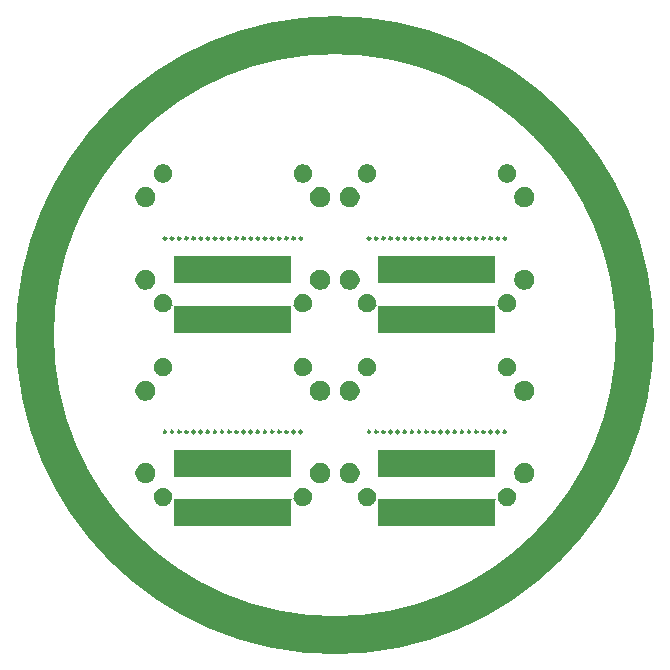
<source format=gbr>
G04 #@! TF.GenerationSoftware,KiCad,Pcbnew,(5.1.0)-1*
G04 #@! TF.CreationDate,2019-11-25T13:15:00-07:00*
G04 #@! TF.ProjectId,Gateway03,47617465-7761-4793-9033-2e6b69636164,rev?*
G04 #@! TF.SameCoordinates,Original*
G04 #@! TF.FileFunction,Soldermask,Top*
G04 #@! TF.FilePolarity,Negative*
%FSLAX46Y46*%
G04 Gerber Fmt 4.6, Leading zero omitted, Abs format (unit mm)*
G04 Created by KiCad (PCBNEW (5.1.0)-1) date 2019-11-25 13:15:00*
%MOMM*%
%LPD*%
G04 APERTURE LIST*
%ADD10C,0.250000*%
%ADD11C,3.200000*%
%ADD12C,0.100000*%
G04 APERTURE END LIST*
D10*
X85612400Y-105443000D02*
G75*
G03X85612400Y-105443000I-100000J0D01*
G01*
X87426800Y-105443000D02*
G75*
G03X87426800Y-105443000I-100000J0D01*
G01*
X82588400Y-105443000D02*
G75*
G03X82588400Y-105443000I-100000J0D01*
G01*
X86217200Y-105443000D02*
G75*
G03X86217200Y-105443000I-100000J0D01*
G01*
X88031600Y-105443000D02*
G75*
G03X88031600Y-105443000I-100000J0D01*
G01*
X83193200Y-105443000D02*
G75*
G03X83193200Y-105443000I-100000J0D01*
G01*
X83798000Y-105443000D02*
G75*
G03X83798000Y-105443000I-100000J0D01*
G01*
X81983600Y-105443000D02*
G75*
G03X81983600Y-105443000I-100000J0D01*
G01*
X79564400Y-105443000D02*
G75*
G03X79564400Y-105443000I-100000J0D01*
G01*
X81378800Y-105443000D02*
G75*
G03X81378800Y-105443000I-100000J0D01*
G01*
X84402800Y-105443000D02*
G75*
G03X84402800Y-105443000I-100000J0D01*
G01*
X85007600Y-105443000D02*
G75*
G03X85007600Y-105443000I-100000J0D01*
G01*
X80774000Y-105443000D02*
G75*
G03X80774000Y-105443000I-100000J0D01*
G01*
X89846000Y-105443000D02*
G75*
G03X89846000Y-105443000I-100000J0D01*
G01*
X86822000Y-105443000D02*
G75*
G03X86822000Y-105443000I-100000J0D01*
G01*
X91055600Y-105443000D02*
G75*
G03X91055600Y-105443000I-100000J0D01*
G01*
X89241200Y-105443000D02*
G75*
G03X89241200Y-105443000I-100000J0D01*
G01*
X80169200Y-105443000D02*
G75*
G03X80169200Y-105443000I-100000J0D01*
G01*
X88636400Y-105443000D02*
G75*
G03X88636400Y-105443000I-100000J0D01*
G01*
X90450800Y-105443000D02*
G75*
G03X90450800Y-105443000I-100000J0D01*
G01*
X97453200Y-105443000D02*
G75*
G03X97453200Y-105443000I-100000J0D01*
G01*
X98662800Y-105443000D02*
G75*
G03X98662800Y-105443000I-100000J0D01*
G01*
X106525200Y-105443000D02*
G75*
G03X106525200Y-105443000I-100000J0D01*
G01*
X108339600Y-105443000D02*
G75*
G03X108339600Y-105443000I-100000J0D01*
G01*
X107734800Y-105443000D02*
G75*
G03X107734800Y-105443000I-100000J0D01*
G01*
X98058000Y-105443000D02*
G75*
G03X98058000Y-105443000I-100000J0D01*
G01*
X99267600Y-105443000D02*
G75*
G03X99267600Y-105443000I-100000J0D01*
G01*
X96848400Y-105443000D02*
G75*
G03X96848400Y-105443000I-100000J0D01*
G01*
X107130000Y-105443000D02*
G75*
G03X107130000Y-105443000I-100000J0D01*
G01*
X105920400Y-105443000D02*
G75*
G03X105920400Y-105443000I-100000J0D01*
G01*
X104106000Y-105443000D02*
G75*
G03X104106000Y-105443000I-100000J0D01*
G01*
X101686800Y-105443000D02*
G75*
G03X101686800Y-105443000I-100000J0D01*
G01*
X102291600Y-105443000D02*
G75*
G03X102291600Y-105443000I-100000J0D01*
G01*
X99872400Y-105443000D02*
G75*
G03X99872400Y-105443000I-100000J0D01*
G01*
X102896400Y-105443000D02*
G75*
G03X102896400Y-105443000I-100000J0D01*
G01*
X103501200Y-105443000D02*
G75*
G03X103501200Y-105443000I-100000J0D01*
G01*
X104710800Y-105443000D02*
G75*
G03X104710800Y-105443000I-100000J0D01*
G01*
X101082000Y-105443000D02*
G75*
G03X101082000Y-105443000I-100000J0D01*
G01*
X105315600Y-105443000D02*
G75*
G03X105315600Y-105443000I-100000J0D01*
G01*
X100477200Y-105443000D02*
G75*
G03X100477200Y-105443000I-100000J0D01*
G01*
X80169200Y-89057000D02*
G75*
G03X80169200Y-89057000I-100000J0D01*
G01*
X81378800Y-89057000D02*
G75*
G03X81378800Y-89057000I-100000J0D01*
G01*
X89241200Y-89057000D02*
G75*
G03X89241200Y-89057000I-100000J0D01*
G01*
X91055600Y-89057000D02*
G75*
G03X91055600Y-89057000I-100000J0D01*
G01*
X90450800Y-89057000D02*
G75*
G03X90450800Y-89057000I-100000J0D01*
G01*
X80774000Y-89057000D02*
G75*
G03X80774000Y-89057000I-100000J0D01*
G01*
X81983600Y-89057000D02*
G75*
G03X81983600Y-89057000I-100000J0D01*
G01*
X79564400Y-89057000D02*
G75*
G03X79564400Y-89057000I-100000J0D01*
G01*
X89846000Y-89057000D02*
G75*
G03X89846000Y-89057000I-100000J0D01*
G01*
X88636400Y-89057000D02*
G75*
G03X88636400Y-89057000I-100000J0D01*
G01*
X86822000Y-89057000D02*
G75*
G03X86822000Y-89057000I-100000J0D01*
G01*
X84402800Y-89057000D02*
G75*
G03X84402800Y-89057000I-100000J0D01*
G01*
X85007600Y-89057000D02*
G75*
G03X85007600Y-89057000I-100000J0D01*
G01*
X82588400Y-89057000D02*
G75*
G03X82588400Y-89057000I-100000J0D01*
G01*
X85612400Y-89057000D02*
G75*
G03X85612400Y-89057000I-100000J0D01*
G01*
X86217200Y-89057000D02*
G75*
G03X86217200Y-89057000I-100000J0D01*
G01*
X87426800Y-89057000D02*
G75*
G03X87426800Y-89057000I-100000J0D01*
G01*
X83798000Y-89057000D02*
G75*
G03X83798000Y-89057000I-100000J0D01*
G01*
X88031600Y-89057000D02*
G75*
G03X88031600Y-89057000I-100000J0D01*
G01*
X83193200Y-89057000D02*
G75*
G03X83193200Y-89057000I-100000J0D01*
G01*
X107130000Y-89057000D02*
G75*
G03X107130000Y-89057000I-100000J0D01*
G01*
X98058000Y-89057000D02*
G75*
G03X98058000Y-89057000I-100000J0D01*
G01*
X96848400Y-89057000D02*
G75*
G03X96848400Y-89057000I-100000J0D01*
G01*
X99267600Y-89057000D02*
G75*
G03X99267600Y-89057000I-100000J0D01*
G01*
X106525200Y-89057000D02*
G75*
G03X106525200Y-89057000I-100000J0D01*
G01*
X97453200Y-89057000D02*
G75*
G03X97453200Y-89057000I-100000J0D01*
G01*
X107734800Y-89057000D02*
G75*
G03X107734800Y-89057000I-100000J0D01*
G01*
X105920400Y-89057000D02*
G75*
G03X105920400Y-89057000I-100000J0D01*
G01*
X108339600Y-89057000D02*
G75*
G03X108339600Y-89057000I-100000J0D01*
G01*
X98662800Y-89057000D02*
G75*
G03X98662800Y-89057000I-100000J0D01*
G01*
X99872400Y-89057000D02*
G75*
G03X99872400Y-89057000I-100000J0D01*
G01*
X104710800Y-89057000D02*
G75*
G03X104710800Y-89057000I-100000J0D01*
G01*
X105315600Y-89057000D02*
G75*
G03X105315600Y-89057000I-100000J0D01*
G01*
X102896400Y-89057000D02*
G75*
G03X102896400Y-89057000I-100000J0D01*
G01*
X103501200Y-89057000D02*
G75*
G03X103501200Y-89057000I-100000J0D01*
G01*
X102291600Y-89057000D02*
G75*
G03X102291600Y-89057000I-100000J0D01*
G01*
X101686800Y-89057000D02*
G75*
G03X101686800Y-89057000I-100000J0D01*
G01*
X101082000Y-89057000D02*
G75*
G03X101082000Y-89057000I-100000J0D01*
G01*
X104106000Y-89057000D02*
G75*
G03X104106000Y-89057000I-100000J0D01*
G01*
X100477200Y-89057000D02*
G75*
G03X100477200Y-89057000I-100000J0D01*
G01*
D11*
X119252000Y-97250000D02*
G75*
G03X119252000Y-97250000I-25400000J0D01*
G01*
D12*
G36*
X107499553Y-111143481D02*
G01*
X107480611Y-111159026D01*
X107465066Y-111177968D01*
X107453515Y-111199579D01*
X107446402Y-111223028D01*
X107444000Y-111247413D01*
X107444000Y-113443000D01*
X97544000Y-113443000D01*
X97544000Y-111247413D01*
X97541598Y-111223027D01*
X97534485Y-111199578D01*
X97522934Y-111177967D01*
X97507389Y-111159025D01*
X97488447Y-111143480D01*
X97487549Y-111143000D01*
X107500453Y-111143000D01*
X107499553Y-111143481D01*
X107499553Y-111143481D01*
G37*
G36*
X90215553Y-111143481D02*
G01*
X90196611Y-111159026D01*
X90181066Y-111177968D01*
X90169515Y-111199579D01*
X90162402Y-111223028D01*
X90160000Y-111247413D01*
X90160000Y-113443000D01*
X80260000Y-113443000D01*
X80260000Y-111247413D01*
X80257598Y-111223027D01*
X80250485Y-111199578D01*
X80238934Y-111177967D01*
X80223389Y-111159025D01*
X80204447Y-111143480D01*
X80203549Y-111143000D01*
X90216453Y-111143000D01*
X90215553Y-111143481D01*
X90215553Y-111143481D01*
G37*
G36*
X91356348Y-110186820D02*
G01*
X91356350Y-110186821D01*
X91356351Y-110186821D01*
X91497574Y-110245317D01*
X91497577Y-110245319D01*
X91624669Y-110330239D01*
X91732761Y-110438331D01*
X91817681Y-110565423D01*
X91817683Y-110565426D01*
X91876179Y-110706649D01*
X91876180Y-110706652D01*
X91906000Y-110856569D01*
X91906000Y-111009431D01*
X91879432Y-111143000D01*
X91876179Y-111159351D01*
X91817683Y-111300574D01*
X91817681Y-111300577D01*
X91732761Y-111427669D01*
X91624669Y-111535761D01*
X91497577Y-111620681D01*
X91497574Y-111620683D01*
X91356351Y-111679179D01*
X91356350Y-111679179D01*
X91356348Y-111679180D01*
X91206431Y-111709000D01*
X91053569Y-111709000D01*
X90903652Y-111679180D01*
X90903650Y-111679179D01*
X90903649Y-111679179D01*
X90762426Y-111620683D01*
X90762423Y-111620681D01*
X90635331Y-111535761D01*
X90527239Y-111427669D01*
X90442319Y-111300577D01*
X90442317Y-111300574D01*
X90400483Y-111199577D01*
X90388931Y-111177967D01*
X90373386Y-111159025D01*
X90354444Y-111143480D01*
X90332833Y-111131929D01*
X90309384Y-111124816D01*
X90295596Y-111123458D01*
X90298447Y-111121934D01*
X90317389Y-111106389D01*
X90332934Y-111087447D01*
X90344485Y-111065836D01*
X90351598Y-111042387D01*
X90354000Y-111018001D01*
X90354000Y-110856569D01*
X90383820Y-110706652D01*
X90383821Y-110706649D01*
X90442317Y-110565426D01*
X90442319Y-110565423D01*
X90527239Y-110438331D01*
X90635331Y-110330239D01*
X90762423Y-110245319D01*
X90762426Y-110245317D01*
X90903649Y-110186821D01*
X90903650Y-110186821D01*
X90903652Y-110186820D01*
X91053569Y-110157000D01*
X91206431Y-110157000D01*
X91356348Y-110186820D01*
X91356348Y-110186820D01*
G37*
G36*
X79516348Y-110186820D02*
G01*
X79516350Y-110186821D01*
X79516351Y-110186821D01*
X79657574Y-110245317D01*
X79657577Y-110245319D01*
X79784669Y-110330239D01*
X79892761Y-110438331D01*
X79977681Y-110565423D01*
X79977683Y-110565426D01*
X80036179Y-110706649D01*
X80036180Y-110706652D01*
X80066000Y-110856569D01*
X80066000Y-111018001D01*
X80068402Y-111042387D01*
X80075515Y-111065836D01*
X80087066Y-111087447D01*
X80102611Y-111106389D01*
X80121553Y-111121934D01*
X80124404Y-111123458D01*
X80110615Y-111124816D01*
X80087166Y-111131929D01*
X80065555Y-111143480D01*
X80046613Y-111159025D01*
X80031068Y-111177967D01*
X80019517Y-111199577D01*
X79977683Y-111300574D01*
X79977681Y-111300577D01*
X79892761Y-111427669D01*
X79784669Y-111535761D01*
X79657577Y-111620681D01*
X79657574Y-111620683D01*
X79516351Y-111679179D01*
X79516350Y-111679179D01*
X79516348Y-111679180D01*
X79366431Y-111709000D01*
X79213569Y-111709000D01*
X79063652Y-111679180D01*
X79063650Y-111679179D01*
X79063649Y-111679179D01*
X78922426Y-111620683D01*
X78922423Y-111620681D01*
X78795331Y-111535761D01*
X78687239Y-111427669D01*
X78602319Y-111300577D01*
X78602317Y-111300574D01*
X78543821Y-111159351D01*
X78540569Y-111143000D01*
X78514000Y-111009431D01*
X78514000Y-110856569D01*
X78543820Y-110706652D01*
X78543821Y-110706649D01*
X78602317Y-110565426D01*
X78602319Y-110565423D01*
X78687239Y-110438331D01*
X78795331Y-110330239D01*
X78922423Y-110245319D01*
X78922426Y-110245317D01*
X79063649Y-110186821D01*
X79063650Y-110186821D01*
X79063652Y-110186820D01*
X79213569Y-110157000D01*
X79366431Y-110157000D01*
X79516348Y-110186820D01*
X79516348Y-110186820D01*
G37*
G36*
X108640348Y-110186820D02*
G01*
X108640350Y-110186821D01*
X108640351Y-110186821D01*
X108781574Y-110245317D01*
X108781577Y-110245319D01*
X108908669Y-110330239D01*
X109016761Y-110438331D01*
X109101681Y-110565423D01*
X109101683Y-110565426D01*
X109160179Y-110706649D01*
X109160180Y-110706652D01*
X109190000Y-110856569D01*
X109190000Y-111009431D01*
X109163432Y-111143000D01*
X109160179Y-111159351D01*
X109101683Y-111300574D01*
X109101681Y-111300577D01*
X109016761Y-111427669D01*
X108908669Y-111535761D01*
X108781577Y-111620681D01*
X108781574Y-111620683D01*
X108640351Y-111679179D01*
X108640350Y-111679179D01*
X108640348Y-111679180D01*
X108490431Y-111709000D01*
X108337569Y-111709000D01*
X108187652Y-111679180D01*
X108187650Y-111679179D01*
X108187649Y-111679179D01*
X108046426Y-111620683D01*
X108046423Y-111620681D01*
X107919331Y-111535761D01*
X107811239Y-111427669D01*
X107726319Y-111300577D01*
X107726317Y-111300574D01*
X107684483Y-111199577D01*
X107672931Y-111177967D01*
X107657386Y-111159025D01*
X107638444Y-111143480D01*
X107616833Y-111131929D01*
X107593384Y-111124816D01*
X107579596Y-111123458D01*
X107582447Y-111121934D01*
X107601389Y-111106389D01*
X107616934Y-111087447D01*
X107628485Y-111065836D01*
X107635598Y-111042387D01*
X107638000Y-111018001D01*
X107638000Y-110856569D01*
X107667820Y-110706652D01*
X107667821Y-110706649D01*
X107726317Y-110565426D01*
X107726319Y-110565423D01*
X107811239Y-110438331D01*
X107919331Y-110330239D01*
X108046423Y-110245319D01*
X108046426Y-110245317D01*
X108187649Y-110186821D01*
X108187650Y-110186821D01*
X108187652Y-110186820D01*
X108337569Y-110157000D01*
X108490431Y-110157000D01*
X108640348Y-110186820D01*
X108640348Y-110186820D01*
G37*
G36*
X96800348Y-110186820D02*
G01*
X96800350Y-110186821D01*
X96800351Y-110186821D01*
X96941574Y-110245317D01*
X96941577Y-110245319D01*
X97068669Y-110330239D01*
X97176761Y-110438331D01*
X97261681Y-110565423D01*
X97261683Y-110565426D01*
X97320179Y-110706649D01*
X97320180Y-110706652D01*
X97350000Y-110856569D01*
X97350000Y-111018001D01*
X97352402Y-111042387D01*
X97359515Y-111065836D01*
X97371066Y-111087447D01*
X97386611Y-111106389D01*
X97405553Y-111121934D01*
X97408404Y-111123458D01*
X97394615Y-111124816D01*
X97371166Y-111131929D01*
X97349555Y-111143480D01*
X97330613Y-111159025D01*
X97315068Y-111177967D01*
X97303517Y-111199577D01*
X97261683Y-111300574D01*
X97261681Y-111300577D01*
X97176761Y-111427669D01*
X97068669Y-111535761D01*
X96941577Y-111620681D01*
X96941574Y-111620683D01*
X96800351Y-111679179D01*
X96800350Y-111679179D01*
X96800348Y-111679180D01*
X96650431Y-111709000D01*
X96497569Y-111709000D01*
X96347652Y-111679180D01*
X96347650Y-111679179D01*
X96347649Y-111679179D01*
X96206426Y-111620683D01*
X96206423Y-111620681D01*
X96079331Y-111535761D01*
X95971239Y-111427669D01*
X95886319Y-111300577D01*
X95886317Y-111300574D01*
X95827821Y-111159351D01*
X95824569Y-111143000D01*
X95798000Y-111009431D01*
X95798000Y-110856569D01*
X95827820Y-110706652D01*
X95827821Y-110706649D01*
X95886317Y-110565426D01*
X95886319Y-110565423D01*
X95971239Y-110438331D01*
X96079331Y-110330239D01*
X96206423Y-110245319D01*
X96206426Y-110245317D01*
X96347649Y-110186821D01*
X96347650Y-110186821D01*
X96347652Y-110186820D01*
X96497569Y-110157000D01*
X96650431Y-110157000D01*
X96800348Y-110186820D01*
X96800348Y-110186820D01*
G37*
G36*
X95347228Y-108114703D02*
G01*
X95502100Y-108178853D01*
X95641481Y-108271985D01*
X95760015Y-108390519D01*
X95853147Y-108529900D01*
X95917297Y-108684772D01*
X95950000Y-108849184D01*
X95950000Y-109016816D01*
X95917297Y-109181228D01*
X95853147Y-109336100D01*
X95760015Y-109475481D01*
X95641481Y-109594015D01*
X95502100Y-109687147D01*
X95347228Y-109751297D01*
X95182816Y-109784000D01*
X95015184Y-109784000D01*
X94850772Y-109751297D01*
X94695900Y-109687147D01*
X94556519Y-109594015D01*
X94437985Y-109475481D01*
X94344853Y-109336100D01*
X94280703Y-109181228D01*
X94248000Y-109016816D01*
X94248000Y-108849184D01*
X94280703Y-108684772D01*
X94344853Y-108529900D01*
X94437985Y-108390519D01*
X94556519Y-108271985D01*
X94695900Y-108178853D01*
X94850772Y-108114703D01*
X95015184Y-108082000D01*
X95182816Y-108082000D01*
X95347228Y-108114703D01*
X95347228Y-108114703D01*
G37*
G36*
X110137228Y-108114703D02*
G01*
X110292100Y-108178853D01*
X110431481Y-108271985D01*
X110550015Y-108390519D01*
X110643147Y-108529900D01*
X110707297Y-108684772D01*
X110740000Y-108849184D01*
X110740000Y-109016816D01*
X110707297Y-109181228D01*
X110643147Y-109336100D01*
X110550015Y-109475481D01*
X110431481Y-109594015D01*
X110292100Y-109687147D01*
X110137228Y-109751297D01*
X109972816Y-109784000D01*
X109805184Y-109784000D01*
X109640772Y-109751297D01*
X109485900Y-109687147D01*
X109346519Y-109594015D01*
X109227985Y-109475481D01*
X109134853Y-109336100D01*
X109070703Y-109181228D01*
X109038000Y-109016816D01*
X109038000Y-108849184D01*
X109070703Y-108684772D01*
X109134853Y-108529900D01*
X109227985Y-108390519D01*
X109346519Y-108271985D01*
X109485900Y-108178853D01*
X109640772Y-108114703D01*
X109805184Y-108082000D01*
X109972816Y-108082000D01*
X110137228Y-108114703D01*
X110137228Y-108114703D01*
G37*
G36*
X78063228Y-108114703D02*
G01*
X78218100Y-108178853D01*
X78357481Y-108271985D01*
X78476015Y-108390519D01*
X78569147Y-108529900D01*
X78633297Y-108684772D01*
X78666000Y-108849184D01*
X78666000Y-109016816D01*
X78633297Y-109181228D01*
X78569147Y-109336100D01*
X78476015Y-109475481D01*
X78357481Y-109594015D01*
X78218100Y-109687147D01*
X78063228Y-109751297D01*
X77898816Y-109784000D01*
X77731184Y-109784000D01*
X77566772Y-109751297D01*
X77411900Y-109687147D01*
X77272519Y-109594015D01*
X77153985Y-109475481D01*
X77060853Y-109336100D01*
X76996703Y-109181228D01*
X76964000Y-109016816D01*
X76964000Y-108849184D01*
X76996703Y-108684772D01*
X77060853Y-108529900D01*
X77153985Y-108390519D01*
X77272519Y-108271985D01*
X77411900Y-108178853D01*
X77566772Y-108114703D01*
X77731184Y-108082000D01*
X77898816Y-108082000D01*
X78063228Y-108114703D01*
X78063228Y-108114703D01*
G37*
G36*
X92853228Y-108114703D02*
G01*
X93008100Y-108178853D01*
X93147481Y-108271985D01*
X93266015Y-108390519D01*
X93359147Y-108529900D01*
X93423297Y-108684772D01*
X93456000Y-108849184D01*
X93456000Y-109016816D01*
X93423297Y-109181228D01*
X93359147Y-109336100D01*
X93266015Y-109475481D01*
X93147481Y-109594015D01*
X93008100Y-109687147D01*
X92853228Y-109751297D01*
X92688816Y-109784000D01*
X92521184Y-109784000D01*
X92356772Y-109751297D01*
X92201900Y-109687147D01*
X92062519Y-109594015D01*
X91943985Y-109475481D01*
X91850853Y-109336100D01*
X91786703Y-109181228D01*
X91754000Y-109016816D01*
X91754000Y-108849184D01*
X91786703Y-108684772D01*
X91850853Y-108529900D01*
X91943985Y-108390519D01*
X92062519Y-108271985D01*
X92201900Y-108178853D01*
X92356772Y-108114703D01*
X92521184Y-108082000D01*
X92688816Y-108082000D01*
X92853228Y-108114703D01*
X92853228Y-108114703D01*
G37*
G36*
X90160000Y-109243000D02*
G01*
X80260000Y-109243000D01*
X80260000Y-106943000D01*
X90160000Y-106943000D01*
X90160000Y-109243000D01*
X90160000Y-109243000D01*
G37*
G36*
X107444000Y-109243000D02*
G01*
X97544000Y-109243000D01*
X97544000Y-106943000D01*
X107444000Y-106943000D01*
X107444000Y-109243000D01*
X107444000Y-109243000D01*
G37*
G36*
X78063228Y-101134703D02*
G01*
X78218100Y-101198853D01*
X78357481Y-101291985D01*
X78476015Y-101410519D01*
X78569147Y-101549900D01*
X78633297Y-101704772D01*
X78666000Y-101869184D01*
X78666000Y-102036816D01*
X78633297Y-102201228D01*
X78569147Y-102356100D01*
X78476015Y-102495481D01*
X78357481Y-102614015D01*
X78218100Y-102707147D01*
X78063228Y-102771297D01*
X77898816Y-102804000D01*
X77731184Y-102804000D01*
X77566772Y-102771297D01*
X77411900Y-102707147D01*
X77272519Y-102614015D01*
X77153985Y-102495481D01*
X77060853Y-102356100D01*
X76996703Y-102201228D01*
X76964000Y-102036816D01*
X76964000Y-101869184D01*
X76996703Y-101704772D01*
X77060853Y-101549900D01*
X77153985Y-101410519D01*
X77272519Y-101291985D01*
X77411900Y-101198853D01*
X77566772Y-101134703D01*
X77731184Y-101102000D01*
X77898816Y-101102000D01*
X78063228Y-101134703D01*
X78063228Y-101134703D01*
G37*
G36*
X110137228Y-101134703D02*
G01*
X110292100Y-101198853D01*
X110431481Y-101291985D01*
X110550015Y-101410519D01*
X110643147Y-101549900D01*
X110707297Y-101704772D01*
X110740000Y-101869184D01*
X110740000Y-102036816D01*
X110707297Y-102201228D01*
X110643147Y-102356100D01*
X110550015Y-102495481D01*
X110431481Y-102614015D01*
X110292100Y-102707147D01*
X110137228Y-102771297D01*
X109972816Y-102804000D01*
X109805184Y-102804000D01*
X109640772Y-102771297D01*
X109485900Y-102707147D01*
X109346519Y-102614015D01*
X109227985Y-102495481D01*
X109134853Y-102356100D01*
X109070703Y-102201228D01*
X109038000Y-102036816D01*
X109038000Y-101869184D01*
X109070703Y-101704772D01*
X109134853Y-101549900D01*
X109227985Y-101410519D01*
X109346519Y-101291985D01*
X109485900Y-101198853D01*
X109640772Y-101134703D01*
X109805184Y-101102000D01*
X109972816Y-101102000D01*
X110137228Y-101134703D01*
X110137228Y-101134703D01*
G37*
G36*
X95347228Y-101134703D02*
G01*
X95502100Y-101198853D01*
X95641481Y-101291985D01*
X95760015Y-101410519D01*
X95853147Y-101549900D01*
X95917297Y-101704772D01*
X95950000Y-101869184D01*
X95950000Y-102036816D01*
X95917297Y-102201228D01*
X95853147Y-102356100D01*
X95760015Y-102495481D01*
X95641481Y-102614015D01*
X95502100Y-102707147D01*
X95347228Y-102771297D01*
X95182816Y-102804000D01*
X95015184Y-102804000D01*
X94850772Y-102771297D01*
X94695900Y-102707147D01*
X94556519Y-102614015D01*
X94437985Y-102495481D01*
X94344853Y-102356100D01*
X94280703Y-102201228D01*
X94248000Y-102036816D01*
X94248000Y-101869184D01*
X94280703Y-101704772D01*
X94344853Y-101549900D01*
X94437985Y-101410519D01*
X94556519Y-101291985D01*
X94695900Y-101198853D01*
X94850772Y-101134703D01*
X95015184Y-101102000D01*
X95182816Y-101102000D01*
X95347228Y-101134703D01*
X95347228Y-101134703D01*
G37*
G36*
X92853228Y-101134703D02*
G01*
X93008100Y-101198853D01*
X93147481Y-101291985D01*
X93266015Y-101410519D01*
X93359147Y-101549900D01*
X93423297Y-101704772D01*
X93456000Y-101869184D01*
X93456000Y-102036816D01*
X93423297Y-102201228D01*
X93359147Y-102356100D01*
X93266015Y-102495481D01*
X93147481Y-102614015D01*
X93008100Y-102707147D01*
X92853228Y-102771297D01*
X92688816Y-102804000D01*
X92521184Y-102804000D01*
X92356772Y-102771297D01*
X92201900Y-102707147D01*
X92062519Y-102614015D01*
X91943985Y-102495481D01*
X91850853Y-102356100D01*
X91786703Y-102201228D01*
X91754000Y-102036816D01*
X91754000Y-101869184D01*
X91786703Y-101704772D01*
X91850853Y-101549900D01*
X91943985Y-101410519D01*
X92062519Y-101291985D01*
X92201900Y-101198853D01*
X92356772Y-101134703D01*
X92521184Y-101102000D01*
X92688816Y-101102000D01*
X92853228Y-101134703D01*
X92853228Y-101134703D01*
G37*
G36*
X108640348Y-99206820D02*
G01*
X108640350Y-99206821D01*
X108640351Y-99206821D01*
X108781574Y-99265317D01*
X108781577Y-99265319D01*
X108908669Y-99350239D01*
X109016761Y-99458331D01*
X109101681Y-99585423D01*
X109101683Y-99585426D01*
X109160179Y-99726649D01*
X109190000Y-99876571D01*
X109190000Y-100029429D01*
X109160179Y-100179351D01*
X109101683Y-100320574D01*
X109101681Y-100320577D01*
X109016761Y-100447669D01*
X108908669Y-100555761D01*
X108781577Y-100640681D01*
X108781574Y-100640683D01*
X108640351Y-100699179D01*
X108640350Y-100699179D01*
X108640348Y-100699180D01*
X108490431Y-100729000D01*
X108337569Y-100729000D01*
X108187652Y-100699180D01*
X108187650Y-100699179D01*
X108187649Y-100699179D01*
X108046426Y-100640683D01*
X108046423Y-100640681D01*
X107919331Y-100555761D01*
X107811239Y-100447669D01*
X107726319Y-100320577D01*
X107726317Y-100320574D01*
X107667821Y-100179351D01*
X107638000Y-100029429D01*
X107638000Y-99876571D01*
X107667821Y-99726649D01*
X107726317Y-99585426D01*
X107726319Y-99585423D01*
X107811239Y-99458331D01*
X107919331Y-99350239D01*
X108046423Y-99265319D01*
X108046426Y-99265317D01*
X108187649Y-99206821D01*
X108187650Y-99206821D01*
X108187652Y-99206820D01*
X108337569Y-99177000D01*
X108490431Y-99177000D01*
X108640348Y-99206820D01*
X108640348Y-99206820D01*
G37*
G36*
X96800348Y-99206820D02*
G01*
X96800350Y-99206821D01*
X96800351Y-99206821D01*
X96941574Y-99265317D01*
X96941577Y-99265319D01*
X97068669Y-99350239D01*
X97176761Y-99458331D01*
X97261681Y-99585423D01*
X97261683Y-99585426D01*
X97320179Y-99726649D01*
X97350000Y-99876571D01*
X97350000Y-100029429D01*
X97320179Y-100179351D01*
X97261683Y-100320574D01*
X97261681Y-100320577D01*
X97176761Y-100447669D01*
X97068669Y-100555761D01*
X96941577Y-100640681D01*
X96941574Y-100640683D01*
X96800351Y-100699179D01*
X96800350Y-100699179D01*
X96800348Y-100699180D01*
X96650431Y-100729000D01*
X96497569Y-100729000D01*
X96347652Y-100699180D01*
X96347650Y-100699179D01*
X96347649Y-100699179D01*
X96206426Y-100640683D01*
X96206423Y-100640681D01*
X96079331Y-100555761D01*
X95971239Y-100447669D01*
X95886319Y-100320577D01*
X95886317Y-100320574D01*
X95827821Y-100179351D01*
X95798000Y-100029429D01*
X95798000Y-99876571D01*
X95827821Y-99726649D01*
X95886317Y-99585426D01*
X95886319Y-99585423D01*
X95971239Y-99458331D01*
X96079331Y-99350239D01*
X96206423Y-99265319D01*
X96206426Y-99265317D01*
X96347649Y-99206821D01*
X96347650Y-99206821D01*
X96347652Y-99206820D01*
X96497569Y-99177000D01*
X96650431Y-99177000D01*
X96800348Y-99206820D01*
X96800348Y-99206820D01*
G37*
G36*
X91356348Y-99206820D02*
G01*
X91356350Y-99206821D01*
X91356351Y-99206821D01*
X91497574Y-99265317D01*
X91497577Y-99265319D01*
X91624669Y-99350239D01*
X91732761Y-99458331D01*
X91817681Y-99585423D01*
X91817683Y-99585426D01*
X91876179Y-99726649D01*
X91906000Y-99876571D01*
X91906000Y-100029429D01*
X91876179Y-100179351D01*
X91817683Y-100320574D01*
X91817681Y-100320577D01*
X91732761Y-100447669D01*
X91624669Y-100555761D01*
X91497577Y-100640681D01*
X91497574Y-100640683D01*
X91356351Y-100699179D01*
X91356350Y-100699179D01*
X91356348Y-100699180D01*
X91206431Y-100729000D01*
X91053569Y-100729000D01*
X90903652Y-100699180D01*
X90903650Y-100699179D01*
X90903649Y-100699179D01*
X90762426Y-100640683D01*
X90762423Y-100640681D01*
X90635331Y-100555761D01*
X90527239Y-100447669D01*
X90442319Y-100320577D01*
X90442317Y-100320574D01*
X90383821Y-100179351D01*
X90354000Y-100029429D01*
X90354000Y-99876571D01*
X90383821Y-99726649D01*
X90442317Y-99585426D01*
X90442319Y-99585423D01*
X90527239Y-99458331D01*
X90635331Y-99350239D01*
X90762423Y-99265319D01*
X90762426Y-99265317D01*
X90903649Y-99206821D01*
X90903650Y-99206821D01*
X90903652Y-99206820D01*
X91053569Y-99177000D01*
X91206431Y-99177000D01*
X91356348Y-99206820D01*
X91356348Y-99206820D01*
G37*
G36*
X79516348Y-99206820D02*
G01*
X79516350Y-99206821D01*
X79516351Y-99206821D01*
X79657574Y-99265317D01*
X79657577Y-99265319D01*
X79784669Y-99350239D01*
X79892761Y-99458331D01*
X79977681Y-99585423D01*
X79977683Y-99585426D01*
X80036179Y-99726649D01*
X80066000Y-99876571D01*
X80066000Y-100029429D01*
X80036179Y-100179351D01*
X79977683Y-100320574D01*
X79977681Y-100320577D01*
X79892761Y-100447669D01*
X79784669Y-100555761D01*
X79657577Y-100640681D01*
X79657574Y-100640683D01*
X79516351Y-100699179D01*
X79516350Y-100699179D01*
X79516348Y-100699180D01*
X79366431Y-100729000D01*
X79213569Y-100729000D01*
X79063652Y-100699180D01*
X79063650Y-100699179D01*
X79063649Y-100699179D01*
X78922426Y-100640683D01*
X78922423Y-100640681D01*
X78795331Y-100555761D01*
X78687239Y-100447669D01*
X78602319Y-100320577D01*
X78602317Y-100320574D01*
X78543821Y-100179351D01*
X78514000Y-100029429D01*
X78514000Y-99876571D01*
X78543821Y-99726649D01*
X78602317Y-99585426D01*
X78602319Y-99585423D01*
X78687239Y-99458331D01*
X78795331Y-99350239D01*
X78922423Y-99265319D01*
X78922426Y-99265317D01*
X79063649Y-99206821D01*
X79063650Y-99206821D01*
X79063652Y-99206820D01*
X79213569Y-99177000D01*
X79366431Y-99177000D01*
X79516348Y-99206820D01*
X79516348Y-99206820D01*
G37*
G36*
X90215553Y-94757481D02*
G01*
X90196611Y-94773026D01*
X90181066Y-94791968D01*
X90169515Y-94813579D01*
X90162402Y-94837028D01*
X90160000Y-94861413D01*
X90160000Y-97057000D01*
X80260000Y-97057000D01*
X80260000Y-94861413D01*
X80257598Y-94837027D01*
X80250485Y-94813578D01*
X80238934Y-94791967D01*
X80223389Y-94773025D01*
X80204447Y-94757480D01*
X80203549Y-94757000D01*
X90216453Y-94757000D01*
X90215553Y-94757481D01*
X90215553Y-94757481D01*
G37*
G36*
X107499553Y-94757481D02*
G01*
X107480611Y-94773026D01*
X107465066Y-94791968D01*
X107453515Y-94813579D01*
X107446402Y-94837028D01*
X107444000Y-94861413D01*
X107444000Y-97057000D01*
X97544000Y-97057000D01*
X97544000Y-94861413D01*
X97541598Y-94837027D01*
X97534485Y-94813578D01*
X97522934Y-94791967D01*
X97507389Y-94773025D01*
X97488447Y-94757480D01*
X97487549Y-94757000D01*
X107500453Y-94757000D01*
X107499553Y-94757481D01*
X107499553Y-94757481D01*
G37*
G36*
X91356348Y-93800820D02*
G01*
X91356350Y-93800821D01*
X91356351Y-93800821D01*
X91497574Y-93859317D01*
X91497577Y-93859319D01*
X91624669Y-93944239D01*
X91732761Y-94052331D01*
X91817681Y-94179423D01*
X91817683Y-94179426D01*
X91876179Y-94320649D01*
X91876180Y-94320652D01*
X91906000Y-94470569D01*
X91906000Y-94623431D01*
X91879432Y-94757000D01*
X91876179Y-94773351D01*
X91817683Y-94914574D01*
X91817681Y-94914577D01*
X91732761Y-95041669D01*
X91624669Y-95149761D01*
X91497577Y-95234681D01*
X91497574Y-95234683D01*
X91356351Y-95293179D01*
X91356350Y-95293179D01*
X91356348Y-95293180D01*
X91206431Y-95323000D01*
X91053569Y-95323000D01*
X90903652Y-95293180D01*
X90903650Y-95293179D01*
X90903649Y-95293179D01*
X90762426Y-95234683D01*
X90762423Y-95234681D01*
X90635331Y-95149761D01*
X90527239Y-95041669D01*
X90442319Y-94914577D01*
X90442317Y-94914574D01*
X90400483Y-94813577D01*
X90388931Y-94791967D01*
X90373386Y-94773025D01*
X90354444Y-94757480D01*
X90332833Y-94745929D01*
X90309384Y-94738816D01*
X90295596Y-94737458D01*
X90298447Y-94735934D01*
X90317389Y-94720389D01*
X90332934Y-94701447D01*
X90344485Y-94679836D01*
X90351598Y-94656387D01*
X90354000Y-94632001D01*
X90354000Y-94470569D01*
X90383820Y-94320652D01*
X90383821Y-94320649D01*
X90442317Y-94179426D01*
X90442319Y-94179423D01*
X90527239Y-94052331D01*
X90635331Y-93944239D01*
X90762423Y-93859319D01*
X90762426Y-93859317D01*
X90903649Y-93800821D01*
X90903650Y-93800821D01*
X90903652Y-93800820D01*
X91053569Y-93771000D01*
X91206431Y-93771000D01*
X91356348Y-93800820D01*
X91356348Y-93800820D01*
G37*
G36*
X79516348Y-93800820D02*
G01*
X79516350Y-93800821D01*
X79516351Y-93800821D01*
X79657574Y-93859317D01*
X79657577Y-93859319D01*
X79784669Y-93944239D01*
X79892761Y-94052331D01*
X79977681Y-94179423D01*
X79977683Y-94179426D01*
X80036179Y-94320649D01*
X80036180Y-94320652D01*
X80066000Y-94470569D01*
X80066000Y-94632001D01*
X80068402Y-94656387D01*
X80075515Y-94679836D01*
X80087066Y-94701447D01*
X80102611Y-94720389D01*
X80121553Y-94735934D01*
X80124404Y-94737458D01*
X80110615Y-94738816D01*
X80087166Y-94745929D01*
X80065555Y-94757480D01*
X80046613Y-94773025D01*
X80031068Y-94791967D01*
X80019517Y-94813577D01*
X79977683Y-94914574D01*
X79977681Y-94914577D01*
X79892761Y-95041669D01*
X79784669Y-95149761D01*
X79657577Y-95234681D01*
X79657574Y-95234683D01*
X79516351Y-95293179D01*
X79516350Y-95293179D01*
X79516348Y-95293180D01*
X79366431Y-95323000D01*
X79213569Y-95323000D01*
X79063652Y-95293180D01*
X79063650Y-95293179D01*
X79063649Y-95293179D01*
X78922426Y-95234683D01*
X78922423Y-95234681D01*
X78795331Y-95149761D01*
X78687239Y-95041669D01*
X78602319Y-94914577D01*
X78602317Y-94914574D01*
X78543821Y-94773351D01*
X78540569Y-94757000D01*
X78514000Y-94623431D01*
X78514000Y-94470569D01*
X78543820Y-94320652D01*
X78543821Y-94320649D01*
X78602317Y-94179426D01*
X78602319Y-94179423D01*
X78687239Y-94052331D01*
X78795331Y-93944239D01*
X78922423Y-93859319D01*
X78922426Y-93859317D01*
X79063649Y-93800821D01*
X79063650Y-93800821D01*
X79063652Y-93800820D01*
X79213569Y-93771000D01*
X79366431Y-93771000D01*
X79516348Y-93800820D01*
X79516348Y-93800820D01*
G37*
G36*
X96800348Y-93800820D02*
G01*
X96800350Y-93800821D01*
X96800351Y-93800821D01*
X96941574Y-93859317D01*
X96941577Y-93859319D01*
X97068669Y-93944239D01*
X97176761Y-94052331D01*
X97261681Y-94179423D01*
X97261683Y-94179426D01*
X97320179Y-94320649D01*
X97320180Y-94320652D01*
X97350000Y-94470569D01*
X97350000Y-94632001D01*
X97352402Y-94656387D01*
X97359515Y-94679836D01*
X97371066Y-94701447D01*
X97386611Y-94720389D01*
X97405553Y-94735934D01*
X97408404Y-94737458D01*
X97394615Y-94738816D01*
X97371166Y-94745929D01*
X97349555Y-94757480D01*
X97330613Y-94773025D01*
X97315068Y-94791967D01*
X97303517Y-94813577D01*
X97261683Y-94914574D01*
X97261681Y-94914577D01*
X97176761Y-95041669D01*
X97068669Y-95149761D01*
X96941577Y-95234681D01*
X96941574Y-95234683D01*
X96800351Y-95293179D01*
X96800350Y-95293179D01*
X96800348Y-95293180D01*
X96650431Y-95323000D01*
X96497569Y-95323000D01*
X96347652Y-95293180D01*
X96347650Y-95293179D01*
X96347649Y-95293179D01*
X96206426Y-95234683D01*
X96206423Y-95234681D01*
X96079331Y-95149761D01*
X95971239Y-95041669D01*
X95886319Y-94914577D01*
X95886317Y-94914574D01*
X95827821Y-94773351D01*
X95824569Y-94757000D01*
X95798000Y-94623431D01*
X95798000Y-94470569D01*
X95827820Y-94320652D01*
X95827821Y-94320649D01*
X95886317Y-94179426D01*
X95886319Y-94179423D01*
X95971239Y-94052331D01*
X96079331Y-93944239D01*
X96206423Y-93859319D01*
X96206426Y-93859317D01*
X96347649Y-93800821D01*
X96347650Y-93800821D01*
X96347652Y-93800820D01*
X96497569Y-93771000D01*
X96650431Y-93771000D01*
X96800348Y-93800820D01*
X96800348Y-93800820D01*
G37*
G36*
X108640348Y-93800820D02*
G01*
X108640350Y-93800821D01*
X108640351Y-93800821D01*
X108781574Y-93859317D01*
X108781577Y-93859319D01*
X108908669Y-93944239D01*
X109016761Y-94052331D01*
X109101681Y-94179423D01*
X109101683Y-94179426D01*
X109160179Y-94320649D01*
X109160180Y-94320652D01*
X109190000Y-94470569D01*
X109190000Y-94623431D01*
X109163432Y-94757000D01*
X109160179Y-94773351D01*
X109101683Y-94914574D01*
X109101681Y-94914577D01*
X109016761Y-95041669D01*
X108908669Y-95149761D01*
X108781577Y-95234681D01*
X108781574Y-95234683D01*
X108640351Y-95293179D01*
X108640350Y-95293179D01*
X108640348Y-95293180D01*
X108490431Y-95323000D01*
X108337569Y-95323000D01*
X108187652Y-95293180D01*
X108187650Y-95293179D01*
X108187649Y-95293179D01*
X108046426Y-95234683D01*
X108046423Y-95234681D01*
X107919331Y-95149761D01*
X107811239Y-95041669D01*
X107726319Y-94914577D01*
X107726317Y-94914574D01*
X107684483Y-94813577D01*
X107672931Y-94791967D01*
X107657386Y-94773025D01*
X107638444Y-94757480D01*
X107616833Y-94745929D01*
X107593384Y-94738816D01*
X107579596Y-94737458D01*
X107582447Y-94735934D01*
X107601389Y-94720389D01*
X107616934Y-94701447D01*
X107628485Y-94679836D01*
X107635598Y-94656387D01*
X107638000Y-94632001D01*
X107638000Y-94470569D01*
X107667820Y-94320652D01*
X107667821Y-94320649D01*
X107726317Y-94179426D01*
X107726319Y-94179423D01*
X107811239Y-94052331D01*
X107919331Y-93944239D01*
X108046423Y-93859319D01*
X108046426Y-93859317D01*
X108187649Y-93800821D01*
X108187650Y-93800821D01*
X108187652Y-93800820D01*
X108337569Y-93771000D01*
X108490431Y-93771000D01*
X108640348Y-93800820D01*
X108640348Y-93800820D01*
G37*
G36*
X95347228Y-91728703D02*
G01*
X95502100Y-91792853D01*
X95641481Y-91885985D01*
X95760015Y-92004519D01*
X95853147Y-92143900D01*
X95917297Y-92298772D01*
X95950000Y-92463184D01*
X95950000Y-92630816D01*
X95917297Y-92795228D01*
X95853147Y-92950100D01*
X95760015Y-93089481D01*
X95641481Y-93208015D01*
X95502100Y-93301147D01*
X95347228Y-93365297D01*
X95182816Y-93398000D01*
X95015184Y-93398000D01*
X94850772Y-93365297D01*
X94695900Y-93301147D01*
X94556519Y-93208015D01*
X94437985Y-93089481D01*
X94344853Y-92950100D01*
X94280703Y-92795228D01*
X94248000Y-92630816D01*
X94248000Y-92463184D01*
X94280703Y-92298772D01*
X94344853Y-92143900D01*
X94437985Y-92004519D01*
X94556519Y-91885985D01*
X94695900Y-91792853D01*
X94850772Y-91728703D01*
X95015184Y-91696000D01*
X95182816Y-91696000D01*
X95347228Y-91728703D01*
X95347228Y-91728703D01*
G37*
G36*
X110137228Y-91728703D02*
G01*
X110292100Y-91792853D01*
X110431481Y-91885985D01*
X110550015Y-92004519D01*
X110643147Y-92143900D01*
X110707297Y-92298772D01*
X110740000Y-92463184D01*
X110740000Y-92630816D01*
X110707297Y-92795228D01*
X110643147Y-92950100D01*
X110550015Y-93089481D01*
X110431481Y-93208015D01*
X110292100Y-93301147D01*
X110137228Y-93365297D01*
X109972816Y-93398000D01*
X109805184Y-93398000D01*
X109640772Y-93365297D01*
X109485900Y-93301147D01*
X109346519Y-93208015D01*
X109227985Y-93089481D01*
X109134853Y-92950100D01*
X109070703Y-92795228D01*
X109038000Y-92630816D01*
X109038000Y-92463184D01*
X109070703Y-92298772D01*
X109134853Y-92143900D01*
X109227985Y-92004519D01*
X109346519Y-91885985D01*
X109485900Y-91792853D01*
X109640772Y-91728703D01*
X109805184Y-91696000D01*
X109972816Y-91696000D01*
X110137228Y-91728703D01*
X110137228Y-91728703D01*
G37*
G36*
X92853228Y-91728703D02*
G01*
X93008100Y-91792853D01*
X93147481Y-91885985D01*
X93266015Y-92004519D01*
X93359147Y-92143900D01*
X93423297Y-92298772D01*
X93456000Y-92463184D01*
X93456000Y-92630816D01*
X93423297Y-92795228D01*
X93359147Y-92950100D01*
X93266015Y-93089481D01*
X93147481Y-93208015D01*
X93008100Y-93301147D01*
X92853228Y-93365297D01*
X92688816Y-93398000D01*
X92521184Y-93398000D01*
X92356772Y-93365297D01*
X92201900Y-93301147D01*
X92062519Y-93208015D01*
X91943985Y-93089481D01*
X91850853Y-92950100D01*
X91786703Y-92795228D01*
X91754000Y-92630816D01*
X91754000Y-92463184D01*
X91786703Y-92298772D01*
X91850853Y-92143900D01*
X91943985Y-92004519D01*
X92062519Y-91885985D01*
X92201900Y-91792853D01*
X92356772Y-91728703D01*
X92521184Y-91696000D01*
X92688816Y-91696000D01*
X92853228Y-91728703D01*
X92853228Y-91728703D01*
G37*
G36*
X78063228Y-91728703D02*
G01*
X78218100Y-91792853D01*
X78357481Y-91885985D01*
X78476015Y-92004519D01*
X78569147Y-92143900D01*
X78633297Y-92298772D01*
X78666000Y-92463184D01*
X78666000Y-92630816D01*
X78633297Y-92795228D01*
X78569147Y-92950100D01*
X78476015Y-93089481D01*
X78357481Y-93208015D01*
X78218100Y-93301147D01*
X78063228Y-93365297D01*
X77898816Y-93398000D01*
X77731184Y-93398000D01*
X77566772Y-93365297D01*
X77411900Y-93301147D01*
X77272519Y-93208015D01*
X77153985Y-93089481D01*
X77060853Y-92950100D01*
X76996703Y-92795228D01*
X76964000Y-92630816D01*
X76964000Y-92463184D01*
X76996703Y-92298772D01*
X77060853Y-92143900D01*
X77153985Y-92004519D01*
X77272519Y-91885985D01*
X77411900Y-91792853D01*
X77566772Y-91728703D01*
X77731184Y-91696000D01*
X77898816Y-91696000D01*
X78063228Y-91728703D01*
X78063228Y-91728703D01*
G37*
G36*
X107444000Y-92857000D02*
G01*
X97544000Y-92857000D01*
X97544000Y-90557000D01*
X107444000Y-90557000D01*
X107444000Y-92857000D01*
X107444000Y-92857000D01*
G37*
G36*
X90160000Y-92857000D02*
G01*
X80260000Y-92857000D01*
X80260000Y-90557000D01*
X90160000Y-90557000D01*
X90160000Y-92857000D01*
X90160000Y-92857000D01*
G37*
G36*
X110137228Y-84748703D02*
G01*
X110292100Y-84812853D01*
X110431481Y-84905985D01*
X110550015Y-85024519D01*
X110643147Y-85163900D01*
X110707297Y-85318772D01*
X110740000Y-85483184D01*
X110740000Y-85650816D01*
X110707297Y-85815228D01*
X110643147Y-85970100D01*
X110550015Y-86109481D01*
X110431481Y-86228015D01*
X110292100Y-86321147D01*
X110137228Y-86385297D01*
X109972816Y-86418000D01*
X109805184Y-86418000D01*
X109640772Y-86385297D01*
X109485900Y-86321147D01*
X109346519Y-86228015D01*
X109227985Y-86109481D01*
X109134853Y-85970100D01*
X109070703Y-85815228D01*
X109038000Y-85650816D01*
X109038000Y-85483184D01*
X109070703Y-85318772D01*
X109134853Y-85163900D01*
X109227985Y-85024519D01*
X109346519Y-84905985D01*
X109485900Y-84812853D01*
X109640772Y-84748703D01*
X109805184Y-84716000D01*
X109972816Y-84716000D01*
X110137228Y-84748703D01*
X110137228Y-84748703D01*
G37*
G36*
X95347228Y-84748703D02*
G01*
X95502100Y-84812853D01*
X95641481Y-84905985D01*
X95760015Y-85024519D01*
X95853147Y-85163900D01*
X95917297Y-85318772D01*
X95950000Y-85483184D01*
X95950000Y-85650816D01*
X95917297Y-85815228D01*
X95853147Y-85970100D01*
X95760015Y-86109481D01*
X95641481Y-86228015D01*
X95502100Y-86321147D01*
X95347228Y-86385297D01*
X95182816Y-86418000D01*
X95015184Y-86418000D01*
X94850772Y-86385297D01*
X94695900Y-86321147D01*
X94556519Y-86228015D01*
X94437985Y-86109481D01*
X94344853Y-85970100D01*
X94280703Y-85815228D01*
X94248000Y-85650816D01*
X94248000Y-85483184D01*
X94280703Y-85318772D01*
X94344853Y-85163900D01*
X94437985Y-85024519D01*
X94556519Y-84905985D01*
X94695900Y-84812853D01*
X94850772Y-84748703D01*
X95015184Y-84716000D01*
X95182816Y-84716000D01*
X95347228Y-84748703D01*
X95347228Y-84748703D01*
G37*
G36*
X92853228Y-84748703D02*
G01*
X93008100Y-84812853D01*
X93147481Y-84905985D01*
X93266015Y-85024519D01*
X93359147Y-85163900D01*
X93423297Y-85318772D01*
X93456000Y-85483184D01*
X93456000Y-85650816D01*
X93423297Y-85815228D01*
X93359147Y-85970100D01*
X93266015Y-86109481D01*
X93147481Y-86228015D01*
X93008100Y-86321147D01*
X92853228Y-86385297D01*
X92688816Y-86418000D01*
X92521184Y-86418000D01*
X92356772Y-86385297D01*
X92201900Y-86321147D01*
X92062519Y-86228015D01*
X91943985Y-86109481D01*
X91850853Y-85970100D01*
X91786703Y-85815228D01*
X91754000Y-85650816D01*
X91754000Y-85483184D01*
X91786703Y-85318772D01*
X91850853Y-85163900D01*
X91943985Y-85024519D01*
X92062519Y-84905985D01*
X92201900Y-84812853D01*
X92356772Y-84748703D01*
X92521184Y-84716000D01*
X92688816Y-84716000D01*
X92853228Y-84748703D01*
X92853228Y-84748703D01*
G37*
G36*
X78063228Y-84748703D02*
G01*
X78218100Y-84812853D01*
X78357481Y-84905985D01*
X78476015Y-85024519D01*
X78569147Y-85163900D01*
X78633297Y-85318772D01*
X78666000Y-85483184D01*
X78666000Y-85650816D01*
X78633297Y-85815228D01*
X78569147Y-85970100D01*
X78476015Y-86109481D01*
X78357481Y-86228015D01*
X78218100Y-86321147D01*
X78063228Y-86385297D01*
X77898816Y-86418000D01*
X77731184Y-86418000D01*
X77566772Y-86385297D01*
X77411900Y-86321147D01*
X77272519Y-86228015D01*
X77153985Y-86109481D01*
X77060853Y-85970100D01*
X76996703Y-85815228D01*
X76964000Y-85650816D01*
X76964000Y-85483184D01*
X76996703Y-85318772D01*
X77060853Y-85163900D01*
X77153985Y-85024519D01*
X77272519Y-84905985D01*
X77411900Y-84812853D01*
X77566772Y-84748703D01*
X77731184Y-84716000D01*
X77898816Y-84716000D01*
X78063228Y-84748703D01*
X78063228Y-84748703D01*
G37*
G36*
X108640348Y-82820820D02*
G01*
X108640350Y-82820821D01*
X108640351Y-82820821D01*
X108781574Y-82879317D01*
X108781577Y-82879319D01*
X108908669Y-82964239D01*
X109016761Y-83072331D01*
X109101681Y-83199423D01*
X109101683Y-83199426D01*
X109160179Y-83340649D01*
X109190000Y-83490571D01*
X109190000Y-83643429D01*
X109160179Y-83793351D01*
X109101683Y-83934574D01*
X109101681Y-83934577D01*
X109016761Y-84061669D01*
X108908669Y-84169761D01*
X108781577Y-84254681D01*
X108781574Y-84254683D01*
X108640351Y-84313179D01*
X108640350Y-84313179D01*
X108640348Y-84313180D01*
X108490431Y-84343000D01*
X108337569Y-84343000D01*
X108187652Y-84313180D01*
X108187650Y-84313179D01*
X108187649Y-84313179D01*
X108046426Y-84254683D01*
X108046423Y-84254681D01*
X107919331Y-84169761D01*
X107811239Y-84061669D01*
X107726319Y-83934577D01*
X107726317Y-83934574D01*
X107667821Y-83793351D01*
X107638000Y-83643429D01*
X107638000Y-83490571D01*
X107667821Y-83340649D01*
X107726317Y-83199426D01*
X107726319Y-83199423D01*
X107811239Y-83072331D01*
X107919331Y-82964239D01*
X108046423Y-82879319D01*
X108046426Y-82879317D01*
X108187649Y-82820821D01*
X108187650Y-82820821D01*
X108187652Y-82820820D01*
X108337569Y-82791000D01*
X108490431Y-82791000D01*
X108640348Y-82820820D01*
X108640348Y-82820820D01*
G37*
G36*
X96800348Y-82820820D02*
G01*
X96800350Y-82820821D01*
X96800351Y-82820821D01*
X96941574Y-82879317D01*
X96941577Y-82879319D01*
X97068669Y-82964239D01*
X97176761Y-83072331D01*
X97261681Y-83199423D01*
X97261683Y-83199426D01*
X97320179Y-83340649D01*
X97350000Y-83490571D01*
X97350000Y-83643429D01*
X97320179Y-83793351D01*
X97261683Y-83934574D01*
X97261681Y-83934577D01*
X97176761Y-84061669D01*
X97068669Y-84169761D01*
X96941577Y-84254681D01*
X96941574Y-84254683D01*
X96800351Y-84313179D01*
X96800350Y-84313179D01*
X96800348Y-84313180D01*
X96650431Y-84343000D01*
X96497569Y-84343000D01*
X96347652Y-84313180D01*
X96347650Y-84313179D01*
X96347649Y-84313179D01*
X96206426Y-84254683D01*
X96206423Y-84254681D01*
X96079331Y-84169761D01*
X95971239Y-84061669D01*
X95886319Y-83934577D01*
X95886317Y-83934574D01*
X95827821Y-83793351D01*
X95798000Y-83643429D01*
X95798000Y-83490571D01*
X95827821Y-83340649D01*
X95886317Y-83199426D01*
X95886319Y-83199423D01*
X95971239Y-83072331D01*
X96079331Y-82964239D01*
X96206423Y-82879319D01*
X96206426Y-82879317D01*
X96347649Y-82820821D01*
X96347650Y-82820821D01*
X96347652Y-82820820D01*
X96497569Y-82791000D01*
X96650431Y-82791000D01*
X96800348Y-82820820D01*
X96800348Y-82820820D01*
G37*
G36*
X91356348Y-82820820D02*
G01*
X91356350Y-82820821D01*
X91356351Y-82820821D01*
X91497574Y-82879317D01*
X91497577Y-82879319D01*
X91624669Y-82964239D01*
X91732761Y-83072331D01*
X91817681Y-83199423D01*
X91817683Y-83199426D01*
X91876179Y-83340649D01*
X91906000Y-83490571D01*
X91906000Y-83643429D01*
X91876179Y-83793351D01*
X91817683Y-83934574D01*
X91817681Y-83934577D01*
X91732761Y-84061669D01*
X91624669Y-84169761D01*
X91497577Y-84254681D01*
X91497574Y-84254683D01*
X91356351Y-84313179D01*
X91356350Y-84313179D01*
X91356348Y-84313180D01*
X91206431Y-84343000D01*
X91053569Y-84343000D01*
X90903652Y-84313180D01*
X90903650Y-84313179D01*
X90903649Y-84313179D01*
X90762426Y-84254683D01*
X90762423Y-84254681D01*
X90635331Y-84169761D01*
X90527239Y-84061669D01*
X90442319Y-83934577D01*
X90442317Y-83934574D01*
X90383821Y-83793351D01*
X90354000Y-83643429D01*
X90354000Y-83490571D01*
X90383821Y-83340649D01*
X90442317Y-83199426D01*
X90442319Y-83199423D01*
X90527239Y-83072331D01*
X90635331Y-82964239D01*
X90762423Y-82879319D01*
X90762426Y-82879317D01*
X90903649Y-82820821D01*
X90903650Y-82820821D01*
X90903652Y-82820820D01*
X91053569Y-82791000D01*
X91206431Y-82791000D01*
X91356348Y-82820820D01*
X91356348Y-82820820D01*
G37*
G36*
X79516348Y-82820820D02*
G01*
X79516350Y-82820821D01*
X79516351Y-82820821D01*
X79657574Y-82879317D01*
X79657577Y-82879319D01*
X79784669Y-82964239D01*
X79892761Y-83072331D01*
X79977681Y-83199423D01*
X79977683Y-83199426D01*
X80036179Y-83340649D01*
X80066000Y-83490571D01*
X80066000Y-83643429D01*
X80036179Y-83793351D01*
X79977683Y-83934574D01*
X79977681Y-83934577D01*
X79892761Y-84061669D01*
X79784669Y-84169761D01*
X79657577Y-84254681D01*
X79657574Y-84254683D01*
X79516351Y-84313179D01*
X79516350Y-84313179D01*
X79516348Y-84313180D01*
X79366431Y-84343000D01*
X79213569Y-84343000D01*
X79063652Y-84313180D01*
X79063650Y-84313179D01*
X79063649Y-84313179D01*
X78922426Y-84254683D01*
X78922423Y-84254681D01*
X78795331Y-84169761D01*
X78687239Y-84061669D01*
X78602319Y-83934577D01*
X78602317Y-83934574D01*
X78543821Y-83793351D01*
X78514000Y-83643429D01*
X78514000Y-83490571D01*
X78543821Y-83340649D01*
X78602317Y-83199426D01*
X78602319Y-83199423D01*
X78687239Y-83072331D01*
X78795331Y-82964239D01*
X78922423Y-82879319D01*
X78922426Y-82879317D01*
X79063649Y-82820821D01*
X79063650Y-82820821D01*
X79063652Y-82820820D01*
X79213569Y-82791000D01*
X79366431Y-82791000D01*
X79516348Y-82820820D01*
X79516348Y-82820820D01*
G37*
M02*

</source>
